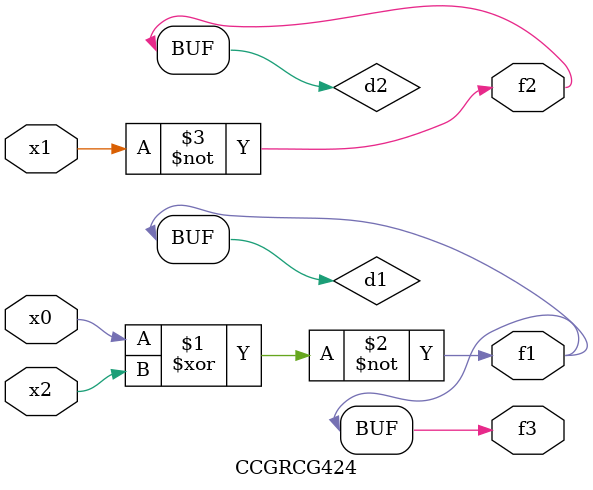
<source format=v>
module CCGRCG424(
	input x0, x1, x2,
	output f1, f2, f3
);

	wire d1, d2, d3;

	xnor (d1, x0, x2);
	nand (d2, x1);
	nor (d3, x1, x2);
	assign f1 = d1;
	assign f2 = d2;
	assign f3 = d1;
endmodule

</source>
